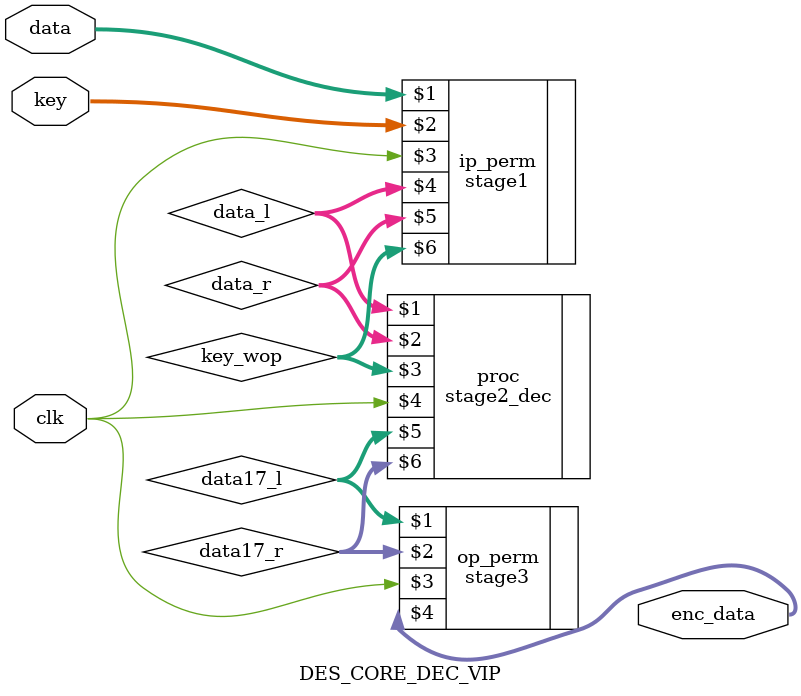
<source format=v>
module DES_CORE_DEC_VIP(input[64:1] data,key,
					input clk,
					output[64:1] enc_data);
	
	wire[32:1] data_l,data_r,data17_l,data17_r;
	wire[56:1] key_wop;
	
	stage1 ip_perm(data,key,clk,data_l,data_r,key_wop);
	stage2_dec proc(data_l,data_r,key_wop,clk,data17_l,data17_r);
	stage3 op_perm(data17_l,data17_r,clk,enc_data);
	
endmodule
</source>
